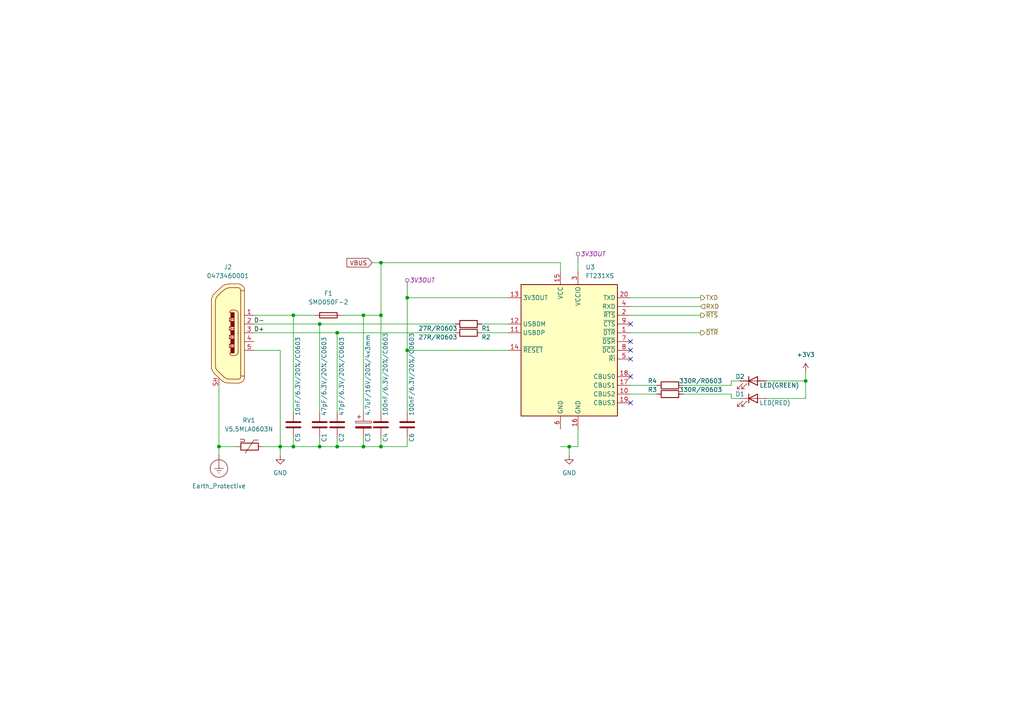
<source format=kicad_sch>
(kicad_sch (version 20231120) (generator "eeschema") (generator_version "8.0")
  (paper "A4")
  (lib_symbols
    (symbol "Device:C" (pin_numbers hide) (pin_names (offset 0.254))
      (property "Reference" "C" (at 0.635 2.54 0))
      (property "Value" "C" (at 0.635 -2.54 0))
      (symbol "C_0_1"
        (polyline (pts (xy -2.032 -0.762) (xy 2.032 -0.762)) (stroke (width 0.508)))
        (polyline (pts (xy -2.032 0.762) (xy 2.032 0.762)) (stroke (width 0.508)))
      )
      (symbol "C_1_1"
        (pin passive line (at 0 3.81 270) (length 2.794) (name "~") (number "1"))
        (pin passive line (at 0 -3.81 90) (length 2.794) (name "~") (number "2"))
      )
    )
    (symbol "Device:C_Polarized" (pin_numbers hide) (pin_names (offset 0.254))
      (property "Reference" "C" (at 0.635 2.54 0))
      (property "Value" "C_Polarized" (at 0.635 -2.54 0))
      (symbol "C_Polarized_0_1"
        (rectangle (start -2.286 0.508) (end 2.286 1.016))
        (polyline (pts (xy -1.778 2.286) (xy -0.762 2.286)))
        (polyline (pts (xy -1.27 2.794) (xy -1.27 1.778)))
        (rectangle (start 2.286 -0.508) (end -2.286 -1.016) (fill (type outline)))
      )
      (symbol "C_Polarized_1_1"
        (pin passive line (at 0 3.81 270) (length 2.794) (name "~") (number "1"))
        (pin passive line (at 0 -3.81 90) (length 2.794) (name "~") (number "2"))
      )
    )
    (symbol "Device:Fuse" (pin_numbers hide) (pin_names (offset 0))
      (property "Reference" "F" (at 2.032 0 90))
      (property "Value" "Fuse" (at -1.905 0 90))
      (symbol "Fuse_0_1"
        (rectangle (start -0.762 -2.54) (end 0.762 2.54) (stroke (width 0.254)))
        (polyline (pts (xy 0 2.54) (xy 0 -2.54)))
      )
      (symbol "Fuse_1_1"
        (pin passive line (at 0 3.81 270) (length 1.27) (name "~") (number "1"))
        (pin passive line (at 0 -3.81 90) (length 1.27) (name "~") (number "2"))
      )
    )
    (symbol "Device:LED" (pin_numbers hide) (pin_names (offset 1.016) hide)
      (property "Reference" "D" (at 0 2.54 0))
      (property "Value" "LED" (at 0 -2.54 0))
      (symbol "LED_0_1"
        (polyline (pts (xy -1.27 -1.27) (xy -1.27 1.27)) (stroke (width 0.254)))
        (polyline (pts (xy -1.27 0) (xy 1.27 0)))
        (polyline (pts (xy 1.27 -1.27) (xy 1.27 1.27) (xy -1.27 0) (xy 1.27 -1.27)) (stroke (width 0.254)))
        (polyline (pts (xy -3.048 -0.762) (xy -4.572 -2.286) (xy -3.81 -2.286) (xy -4.572 -2.286) (xy -4.572 -1.524)))
        (polyline (pts (xy -1.778 -0.762) (xy -3.302 -2.286) (xy -2.54 -2.286) (xy -3.302 -2.286) (xy -3.302 -1.524)))
      )
      (symbol "LED_1_1"
        (pin passive line (at -3.81 0 0) (length 2.54) (name "K") (number "1"))
        (pin passive line (at 3.81 0 180) (length 2.54) (name "A") (number "2"))
      )
    )
    (symbol "Device:R" (pin_numbers hide) (pin_names (offset 0))
      (property "Reference" "R" (at 2.032 0 90))
      (property "Value" "R" (at 0 0 90))
      (symbol "R_0_1"
        (rectangle (start -1.016 -2.54) (end 1.016 2.54) (stroke (width 0.254)))
      )
      (symbol "R_1_1"
        (pin passive line (at 0 3.81 270) (length 1.27) (name "~") (number "1"))
        (pin passive line (at 0 -3.81 90) (length 1.27) (name "~") (number "2"))
      )
    )
    (symbol "Device:Varistor" (pin_numbers hide) (pin_names (offset 0))
      (property "Reference" "RV" (at 3.175 0 90))
      (property "Value" "Varistor" (at -3.175 0 90))
      (symbol "Varistor_0_0"
        (text "U" (at -1.778 -2.032 0) (effects (font (size 1.27 1.27))))
      )
      (symbol "Varistor_0_1"
        (rectangle (start -1.016 -2.54) (end 1.016 2.54) (stroke (width 0.254)))
        (polyline (pts (xy -1.905 2.54) (xy -1.905 1.27) (xy 1.905 -1.27)))
      )
      (symbol "Varistor_1_1"
        (pin passive line (at 0 3.81 270) (length 1.27) (name "~") (number "1"))
        (pin passive line (at 0 -3.81 90) (length 1.27) (name "~") (number "2"))
      )
    )
    (symbol "Interface_USB:FT231XS"
      (property "Reference" "U" (at -13.97 20.32 0))
      (property "Value" "FT231XS" (at 7.62 20.32 0))
      (symbol "FT231XS_0_1"
        (rectangle (start -13.97 19.05) (end 13.97 -19.05) (stroke (width 0.254)) (fill (type background)))
      )
      (symbol "FT231XS_1_1"
        (pin output line (at 17.78 5.08 180) (length 3.81) (name "~{DTR}") (number "1"))
        (pin bidirectional line (at 17.78 -12.7 180) (length 3.81) (name "CBUS2") (number "10"))
        (pin bidirectional line (at -17.78 5.08 0) (length 3.81) (name "USBDP") (number "11"))
        (pin bidirectional line (at -17.78 7.62 0) (length 3.81) (name "USBDM") (number "12"))
        (pin power_out line (at -17.78 15.24 0) (length 3.81) (name "3V3OUT") (number "13"))
        (pin input line (at -17.78 0 0) (length 3.81) (name "~{RESET}") (number "14"))
        (pin power_in line (at -2.54 22.86 270) (length 3.81) (name "VCC") (number "15"))
        (pin power_in line (at 2.54 -22.86 90) (length 3.81) (name "GND") (number "16"))
        (pin bidirectional line (at 17.78 -10.16 180) (length 3.81) (name "CBUS1") (number "17"))
        (pin bidirectional line (at 17.78 -7.62 180) (length 3.81) (name "CBUS0") (number "18"))
        (pin bidirectional line (at 17.78 -15.24 180) (length 3.81) (name "CBUS3") (number "19"))
        (pin output line (at 17.78 10.16 180) (length 3.81) (name "~{RTS}") (number "2"))
        (pin output line (at 17.78 15.24 180) (length 3.81) (name "TXD") (number "20"))
        (pin power_in line (at 2.54 22.86 270) (length 3.81) (name "VCCIO") (number "3"))
        (pin input line (at 17.78 12.7 180) (length 3.81) (name "RXD") (number "4"))
        (pin input line (at 17.78 -2.54 180) (length 3.81) (name "~{RI}") (number "5"))
        (pin power_in line (at -2.54 -22.86 90) (length 3.81) (name "GND") (number "6"))
        (pin input line (at 17.78 2.54 180) (length 3.81) (name "~{DSR}") (number "7"))
        (pin input line (at 17.78 0 180) (length 3.81) (name "~{DCD}") (number "8"))
        (pin input line (at 17.78 7.62 180) (length 3.81) (name "~{CTS}") (number "9"))
      )
    )
    (symbol "dk_USB-DVI-HDMI-Connectors:0473460001" (pin_names (offset 1.016))
      (property "Reference" "J" (at -3.81 12.7 0))
      (property "Value" "0473460001" (at -6.35 0 90))
      (symbol "0473460001_1_1"
        (polyline (pts (xy 3.7846 12.2428) (xy 3.7846 -12.5476)))
        (polyline (pts (xy 0.4826 -4.2926) (xy 0.4826 -3.2766) (xy 1.8796 -3.2766) (xy 1.8796 -4.2926) (xy 0.4826 -4.2926) (xy 1.1176 -3.7846) (xy 0.4826 -3.2766) (xy 1.8796 -3.2766) (xy 1.8796 -3.7846) (xy 1.1176 -3.7846)))
        (polyline (pts (xy 0.4826 -1.7526) (xy 0.4826 -0.7366) (xy 1.8796 -0.7366) (xy 1.8796 -1.7526) (xy 0.4826 -1.7526) (xy 1.1176 -1.2446) (xy 0.4826 -0.7366) (xy 1.8796 -0.7366) (xy 1.8796 -1.2446) (xy 1.1176 -1.2446)))
        (polyline (pts (xy 0.4826 1.7526) (xy 0.4826 0.7366) (xy 1.8796 0.7366) (xy 1.8796 1.7526) (xy 0.4826 1.7526) (xy 1.1176 1.2446) (xy 0.4826 0.7366) (xy 1.8796 0.7366) (xy 1.8796 1.2446) (xy 1.1176 1.2446)))
        (polyline (pts (xy 0.4826 4.2926) (xy 0.4826 3.2766) (xy 1.8796 3.2766) (xy 1.8796 4.2926) (xy 0.4826 4.2926) (xy 1.1176 3.7846) (xy 0.4826 3.2766) (xy 1.8796 3.2766) (xy 1.8796 3.7846) (xy 1.1176 3.7846)))
        (polyline (pts (xy 1.905 -0.0254) (xy 1.905 5.842) (xy 0.635 5.842) (xy 0.635 6.1468) (xy 0.8128 6.4262) (xy 1.1938 6.5786) (xy 1.651 6.6294) (xy 2.2606 6.5532) (xy 2.7178 6.3246) (xy 2.9464 6.0706) (xy 3.0226 5.6388) (xy 3.0226 4.8006) (xy 3.0226 -0.127)))
        (polyline (pts (xy 1.905 0.0254) (xy 1.905 -5.842) (xy 0.635 -5.842) (xy 0.635 -6.1468) (xy 0.8128 -6.4262) (xy 1.1938 -6.5786) (xy 1.651 -6.6294) (xy 2.2606 -6.5532) (xy 2.7178 -6.3246) (xy 2.9464 -6.0706) (xy 3.0226 -5.6388) (xy 3.0226 -4.8006) (xy 3.0226 0.127)))
        (polyline (pts (xy 4.8514 -12.5476) (xy 3.8354 -12.5476) (xy 3.7846 -12.5476) (xy 3.7846 -12.9032) (xy 3.6068 -13.2334) (xy 3.429 -13.3604) (xy 3.2258 -13.4366) (xy 0.4572 -13.4366) (xy 0.0508 -13.4112) (xy -0.3302 -13.3096) (xy -0.6604 -13.1318) (xy -0.9906 -12.9032) (xy -3.1496 -10.8458) (xy -3.4036 -10.3886) (xy -3.5306 -9.779) (xy -3.556 -8.636) (xy -3.556 9.2202) (xy -3.5306 9.4234) (xy -3.4544 9.8298) (xy -3.302 10.1854) (xy -3.0226 10.6172) (xy -1.7526 11.8364) (xy -0.8636 12.5984) (xy -0.3302 12.8778) (xy 0.0762 13.0048) (xy 0.6096 13.081) (xy 3.0734 13.081) (xy 3.3274 13.0048) (xy 3.5814 12.8524) (xy 3.7846 12.5222) (xy 3.7846 12.2174) (xy 4.8514 12.2174)))
        (polyline (pts (xy 4.8514 -11.4808) (xy 4.8514 -12.8016) (xy 4.7752 -13.4366) (xy 4.572 -13.8684) (xy 4.0386 -14.3256) (xy 3.5814 -14.5288) (xy 3.0988 -14.605) (xy -0.2794 -14.5542) (xy -0.7112 -14.4526) (xy -1.2446 -14.1986) (xy -2.2098 -13.4366) (xy -3.556 -12.1412) (xy -4.0132 -11.6586) (xy -4.3688 -11.1506) (xy -4.6228 -10.5918) (xy -4.7498 -9.7536) (xy -4.7498 9.3726) (xy -4.5974 10.0838) (xy -4.4704 10.4648) (xy -4.2164 10.9728) (xy -3.6068 11.6078) (xy -1.4478 13.589) (xy -0.9652 13.8684) (xy -0.5588 14.0208) (xy 0.0762 14.1224) (xy 0.5588 14.1732) (xy 3.2766 14.1732) (xy 3.7592 14.0208) (xy 4.2164 13.7414) (xy 4.445 13.5128) (xy 4.699 13.1572) (xy 4.826 12.8524) (xy 4.8514 12.446) (xy 4.8514 -11.5062)) (fill (type background)))
        (rectangle (start 0.889 -4.318) (end 1.905 -5.842) (fill (type outline)))
        (rectangle (start 0.889 -3.302) (end 1.905 -1.778) (fill (type outline)))
        (rectangle (start 0.889 -0.635) (end 1.905 0.381) (fill (type outline)))
        (rectangle (start 0.889 0.635) (end 1.905 -0.381) (fill (type outline)))
        (rectangle (start 0.889 3.302) (end 1.905 1.778) (fill (type outline)))
        (rectangle (start 0.889 4.318) (end 1.905 5.842) (fill (type outline)))
        (pin passive line (at 7.62 5.08 180) (length 2.794) (name "~") (number "1"))
        (pin passive line (at 7.62 2.54 180) (length 2.794) (name "~") (number "2"))
        (pin passive line (at 7.62 0 180) (length 2.794) (name "~") (number "3"))
        (pin passive line (at 7.62 -2.54 180) (length 2.794) (name "~") (number "4"))
        (pin passive line (at 7.62 -5.08 180) (length 2.794) (name "~") (number "5"))
        (pin passive line (at -2.54 -15.24 90) (length 2.032) (name "~") (number "SH"))
      )
    )
    (symbol "power:+3V3" (power) (pin_numbers hide) (pin_names (offset 0) hide)
      (property "Value" "+3V3" (at 0 3.556 0))
      (symbol "+3V3_0_1"
        (polyline (pts (xy -0.762 1.27) (xy 0 2.54)))
        (polyline (pts (xy 0 0) (xy 0 2.54)))
        (polyline (pts (xy 0 2.54) (xy 0.762 1.27)))
      )
      (symbol "+3V3_1_1"
        (pin power_in line (at 0 0 90) (length 0) (name "~") (number "1"))
      )
    )
    (symbol "power:Earth_Protective" (power) (pin_numbers hide) (pin_names (offset 0) hide)
      (property "Value" "Earth_Protective" (at 0 -7.62 0))
      (symbol "Earth_Protective_0_1"
        (circle (center 0 -3.81) (radius 2.54))
        (polyline (pts (xy -0.635 -4.445) (xy 0.635 -4.445)))
        (polyline (pts (xy -0.127 -5.08) (xy 0.127 -5.08)))
        (polyline (pts (xy 0 -3.81) (xy 0 0)))
        (polyline (pts (xy 1.27 -3.81) (xy -1.27 -3.81)))
      )
      (symbol "Earth_Protective_1_1"
        (pin power_in line (at 0 0 270) (length 0) (name "~") (number "1"))
      )
    )
    (symbol "power:GND" (power) (pin_numbers hide) (pin_names (offset 0) hide)
      (property "Value" "GND" (at 0 -3.81 0))
      (symbol "GND_0_1"
        (polyline (pts (xy 0 0) (xy 0 -1.27) (xy 1.27 -1.27) (xy 0 -2.54) (xy -1.27 -1.27) (xy 0 -1.27)))
      )
      (symbol "GND_1_1"
        (pin power_in line (at 0 0 270) (length 0) (name "~") (number "1"))
      )
    )
  )
  (junction (at 105.41 129.54))
  (junction (at 118.11 101.6))
  (junction (at 63.5 129.54))
  (junction (at 110.49 91.44))
  (junction (at 85.09 129.54))
  (junction (at 92.71 129.54))
  (junction (at 97.79 129.54))
  (junction (at 81.28 129.54))
  (junction (at 233.68 110.49))
  (junction (at 118.11 86.36))
  (junction (at 165.1 129.54))
  (junction (at 85.09 91.44))
  (junction (at 110.49 129.54))
  (junction (at 97.79 96.52))
  (junction (at 92.71 93.98))
  (junction (at 110.49 76.2))
  (junction (at 105.41 91.44))
  (no_connect (at 182.88 99.06))
  (no_connect (at 182.88 101.6))
  (no_connect (at 182.88 116.84))
  (no_connect (at 182.88 104.14))
  (no_connect (at 182.88 109.22))
  (no_connect (at 182.88 93.98))
  (wire (pts (xy 92.71 93.98) (xy 132.08 93.98)))
  (wire (pts (xy 162.56 76.2) (xy 162.56 78.74)))
  (wire (pts (xy 118.11 101.6) (xy 118.11 86.36)))
  (wire (pts (xy 85.09 129.54) (xy 92.71 129.54)))
  (wire (pts (xy 63.5 129.54) (xy 63.5 132.08)))
  (wire (pts (xy 105.41 127) (xy 105.41 129.54)))
  (wire (pts (xy 162.56 76.2) (xy 110.49 76.2)))
  (wire (pts (xy 92.71 129.54) (xy 97.79 129.54)))
  (wire (pts (xy 105.41 119.38) (xy 105.41 91.44)))
  (wire (pts (xy 212.09 114.3) (xy 212.09 115.57)))
  (wire (pts (xy 110.49 91.44) (xy 110.49 119.38)))
  (wire (pts (xy 97.79 96.52) (xy 132.08 96.52)))
  (wire (pts (xy 118.11 86.36) (xy 147.32 86.36)))
  (wire (pts (xy 182.88 86.36) (xy 203.2 86.36)))
  (wire (pts (xy 118.11 83.82) (xy 118.11 86.36)))
  (wire (pts (xy 73.66 96.52) (xy 97.79 96.52)))
  (wire (pts (xy 110.49 127) (xy 110.49 129.54)))
  (wire (pts (xy 110.49 76.2) (xy 110.49 91.44)))
  (wire (pts (xy 167.64 76.2) (xy 167.64 78.74)))
  (wire (pts (xy 233.68 110.49) (xy 233.68 115.57)))
  (wire (pts (xy 118.11 129.54) (xy 118.11 127)))
  (wire (pts (xy 97.79 127) (xy 97.79 129.54)))
  (wire (pts (xy 85.09 91.44) (xy 91.44 91.44)))
  (wire (pts (xy 139.7 96.52) (xy 147.32 96.52)))
  (wire (pts (xy 81.28 129.54) (xy 81.28 132.08)))
  (wire (pts (xy 212.09 110.49) (xy 214.63 110.49)))
  (wire (pts (xy 76.2 129.54) (xy 81.28 129.54)))
  (wire (pts (xy 85.09 119.38) (xy 85.09 91.44)))
  (wire (pts (xy 182.88 88.9) (xy 203.2 88.9)))
  (wire (pts (xy 212.09 115.57) (xy 214.63 115.57)))
  (wire (pts (xy 118.11 101.6) (xy 147.32 101.6)))
  (wire (pts (xy 81.28 101.6) (xy 73.66 101.6)))
  (wire (pts (xy 212.09 111.76) (xy 212.09 110.49)))
  (wire (pts (xy 222.25 115.57) (xy 233.68 115.57)))
  (wire (pts (xy 99.06 91.44) (xy 105.41 91.44)))
  (wire (pts (xy 198.12 111.76) (xy 212.09 111.76)))
  (wire (pts (xy 167.64 124.46) (xy 167.64 129.54)))
  (wire (pts (xy 81.28 129.54) (xy 85.09 129.54)))
  (wire (pts (xy 222.25 110.49) (xy 233.68 110.49)))
  (wire (pts (xy 63.5 129.54) (xy 68.58 129.54)))
  (wire (pts (xy 85.09 127) (xy 85.09 129.54)))
  (wire (pts (xy 198.12 114.3) (xy 212.09 114.3)))
  (wire (pts (xy 97.79 129.54) (xy 105.41 129.54)))
  (wire (pts (xy 182.88 114.3) (xy 190.5 114.3)))
  (wire (pts (xy 97.79 96.52) (xy 97.79 119.38)))
  (wire (pts (xy 139.7 93.98) (xy 147.32 93.98)))
  (wire (pts (xy 73.66 93.98) (xy 92.71 93.98)))
  (wire (pts (xy 107.95 76.2) (xy 110.49 76.2)))
  (wire (pts (xy 63.5 111.76) (xy 63.5 129.54)))
  (wire (pts (xy 92.71 127) (xy 92.71 129.54)))
  (wire (pts (xy 92.71 119.38) (xy 92.71 93.98)))
  (wire (pts (xy 165.1 129.54) (xy 167.64 129.54)))
  (wire (pts (xy 162.56 129.54) (xy 165.1 129.54)))
  (wire (pts (xy 182.88 111.76) (xy 190.5 111.76)))
  (wire (pts (xy 165.1 129.54) (xy 165.1 132.08)))
  (wire (pts (xy 182.88 91.44) (xy 203.2 91.44)))
  (wire (pts (xy 182.88 96.52) (xy 203.2 96.52)))
  (wire (pts (xy 110.49 129.54) (xy 118.11 129.54)))
  (wire (pts (xy 105.41 91.44) (xy 110.49 91.44)))
  (wire (pts (xy 105.41 129.54) (xy 110.49 129.54)))
  (wire (pts (xy 118.11 119.38) (xy 118.11 101.6)))
  (wire (pts (xy 233.68 107.95) (xy 233.68 110.49)))
  (wire (pts (xy 73.66 91.44) (xy 85.09 91.44)))
  (wire (pts (xy 81.28 129.54) (xy 81.28 101.6)))
  (label "D+" (at 73.66 96.52 0))
  (label "D-" (at 73.66 93.98 0))
  (global_label "VBUS" (shape input) (at 107.95 76.2 180) (property "Intersheetrefs" "${INTERSHEET_REFS}" (effects (hide yes))))
  (hierarchical_label "RXD" (shape input) (at 203.2 88.9 0))
  (hierarchical_label "~{RTS}" (shape output) (at 203.2 91.44 0))
  (hierarchical_label "~{DTR}" (shape output) (at 203.2 96.52 0))
  (hierarchical_label "TXD" (shape output) (at 203.2 86.36 0))
  (netclass_flag "" (length 2.54) (shape round) (at 167.64 76.2 0) (property "Netclass" "3V3OUT" (at 168.3385 73.66 0) (effects (font (italic yes)) (justify left))))
  (netclass_flag "" (length 2.54) (shape round) (at 118.11 83.82 0) (property "Netclass" "3V3OUT" (at 118.8085 81.28 0) (effects (font (italic yes)) (justify left))))
  (symbol (lib_id "power:Earth_Protective") (at 63.5 132.08 0) (unit 1)
    (property "Reference" "#PWR01" (effects (hide yes)))
    (property "Value" "Earth_Protective" (at 63.5 140.97 0))
    (property "Description" "Power symbol creates a global label with name \"Earth_Protective\"" (effects (hide yes)))
  )
  (symbol (lib_id "Device:Varistor") (at 72.39 129.54 270) (unit 1)
    (property "Reference" "RV1" (at 72.1966 121.92 90))
    (property "Value" "V5.5MLA0603N" (at 72.1966 124.46 90))
    (property "Description" "Voltage dependent resistor" (effects (hide yes)))
    (property "Sim.Name" "kicad_builtin_varistor" (effects (hide yes)))
    (property "Sim.Device" "SUBCKT" (effects (hide yes)))
    (property "Sim.Pins" "1=A 2=B" (effects (hide yes)))
    (property "Sim.Params" "threshold=1k" (effects (hide yes)))
    (property "Sim.Library" "${KICAD7_SYMBOL_DIR}/Simulation_SPICE.sp" (effects (hide yes)))
  )
  (symbol (lib_id "power:+3V3") (at 233.68 107.95 0) (unit 1)
    (property "Reference" "#PWR04" (effects (hide yes)))
    (property "Value" "+3V3" (at 233.68 102.87 0))
    (property "Description" "Power symbol creates a global label with name \"+3V3\"" (effects (hide yes)))
  )
  (symbol (lib_id "Device:C_Polarized") (at 105.41 123.19 0) (unit 1)
    (property "Reference" "C3" (at 106.68 128.27 90) (effects (justify left)))
    (property "Value" "4.7uF/16V/20%/4x3mm" (at 106.68 120.65 90) (effects (justify left)))
    (property "Footprint" "Capacitor_SMD:CP_Elec_4x3" (effects (hide yes)))
    (property "Description" "Polarized capacitor" (effects (hide yes)))
  )
  (symbol (lib_id "Device:R") (at 135.89 93.98 270) (unit 1)
    (property "Reference" "R1" (at 140.97 95.25 90))
    (property "Value" "27R/R0603" (at 127 95.25 90))
    (property "Footprint" "Resistor_SMD:R_0603_1608Metric_Pad0.98x0.95mm_HandSolder" (effects (hide yes)))
    (property "Description" "Resistor" (effects (hide yes)))
  )
  (symbol (lib_id "Device:C") (at 110.49 123.19 0) (unit 1)
    (property "Reference" "C4" (at 111.76 128.27 90) (effects (justify left)))
    (property "Value" "100nF/6.3V/20%/C0603" (at 111.76 120.65 90) (effects (justify left)))
    (property "Footprint" "Capacitor_SMD:C_0603_1608Metric_Pad1.08x0.95mm_HandSolder" (effects (hide yes)))
    (property "Description" "Unpolarized capacitor" (effects (hide yes)))
  )
  (symbol (lib_id "dk_USB-DVI-HDMI-Connectors:0473460001") (at 66.04 96.52 0) (unit 1)
    (property "Reference" "J2" (at 66.0908 77.47 0))
    (property "Value" "0473460001" (at 66.0908 80.01 0))
    (property "Footprint" "digikey-footprints:USB_Micro_B_Female_0473460001" (effects (hide yes)))
    (property "Datasheet" "https://www.molex.com/pdm_docs/sd/473460001_sd.pdf" (effects (hide yes)))
    (property "Description" "CONN RCPT USB2.0 MICRO B SMD R/A" (effects (hide yes)))
    (property "Digi-Key_PN" "WM17141CT-ND" (effects (hide yes)))
    (property "MPN" "0473460001" (effects (hide yes)))
    (property "Category" "Connectors, Interconnects" (effects (hide yes)))
    (property "Family" "USB, DVI, HDMI Connectors" (effects (hide yes)))
    (property "DK_Datasheet_Link" "https://www.molex.com/pdm_docs/sd/473460001_sd.pdf" (effects (hide yes)))
    (property "DK_Detail_Page" "/product-detail/en/molex/0473460001/WM17141CT-ND/1782474" (effects (hide yes)))
    (property "Description_1" "CONN RCPT USB2.0 MICRO B SMD R/A" (effects (hide yes)))
    (property "Manufacturer" "Molex" (effects (hide yes)))
    (property "Status" "Active" (effects (hide yes)))
  )
  (symbol (lib_id "Interface_USB:FT231XS") (at 165.1 101.6 0) (unit 1)
    (property "Reference" "U3" (at 169.8341 77.47 0) (effects (justify left)))
    (property "Value" "FT231XS" (at 169.8341 80.01 0) (effects (justify left)))
    (property "Footprint" "Package_SO:SSOP-20_3.9x8.7mm_P0.635mm" (effects (hide yes)))
    (property "Datasheet" "https://www.ftdichip.com/Support/Documents/DataSheets/ICs/DS_FT231X.pdf" (effects (hide yes)))
    (property "Description" "Full Speed USB to Full Handshake UART, SSOP-20" (effects (hide yes)))
  )
  (symbol (lib_id "Device:R") (at 194.31 114.3 90) (unit 1)
    (property "Reference" "R3" (at 189.23 113.03 90))
    (property "Value" "330R/R0603" (at 203.2 113.03 90))
    (property "Footprint" "Resistor_SMD:R_0603_1608Metric_Pad0.98x0.95mm_HandSolder" (effects (hide yes)))
    (property "Description" "Resistor" (effects (hide yes)))
  )
  (symbol (lib_id "power:GND") (at 165.1 132.08 0) (unit 1)
    (property "Reference" "#PWR03" (effects (hide yes)))
    (property "Value" "GND" (at 165.1 137.16 0))
    (property "Description" "Power symbol creates a global label with name \"GND\" , ground" (effects (hide yes)))
  )
  (symbol (lib_id "Device:C") (at 118.11 123.19 0) (unit 1)
    (property "Reference" "C6" (at 119.38 128.27 90) (effects (justify left)))
    (property "Value" "100nF/6.3V/20%/C0603" (at 119.38 120.65 90) (effects (justify left)))
    (property "Footprint" "Capacitor_SMD:C_0603_1608Metric_Pad1.08x0.95mm_HandSolder" (effects (hide yes)))
    (property "Description" "Unpolarized capacitor" (effects (hide yes)))
  )
  (symbol (lib_id "power:GND") (at 81.28 132.08 0) (unit 1)
    (property "Reference" "#PWR02" (effects (hide yes)))
    (property "Value" "GND" (at 81.28 137.16 0))
    (property "Description" "Power symbol creates a global label with name \"GND\" , ground" (effects (hide yes)))
  )
  (symbol (lib_id "Device:R") (at 135.89 96.52 270) (unit 1)
    (property "Reference" "R2" (at 140.97 97.79 90))
    (property "Value" "27R/R0603" (at 127 97.79 90))
    (property "Footprint" "Resistor_SMD:R_0603_1608Metric_Pad0.98x0.95mm_HandSolder" (effects (hide yes)))
    (property "Description" "Resistor" (effects (hide yes)))
  )
  (symbol (lib_id "Device:C") (at 92.71 123.19 0) (unit 1)
    (property "Reference" "C1" (at 93.98 128.27 90) (effects (justify left)))
    (property "Value" "47pF/6.3V/20%/C0603" (at 93.98 120.65 90) (effects (justify left)))
    (property "Footprint" "Capacitor_SMD:C_0603_1608Metric_Pad1.08x0.95mm_HandSolder" (effects (hide yes)))
    (property "Description" "Unpolarized capacitor" (effects (hide yes)))
  )
  (symbol (lib_id "Device:C") (at 85.09 123.19 0) (unit 1)
    (property "Reference" "C5" (at 86.36 128.27 90) (effects (justify left)))
    (property "Value" "10nF/6.3V/20%/C0603" (at 86.36 120.65 90) (effects (justify left)))
    (property "Footprint" "Capacitor_SMD:C_0603_1608Metric_Pad1.08x0.95mm_HandSolder" (effects (hide yes)))
    (property "Description" "Unpolarized capacitor" (effects (hide yes)))
  )
  (symbol (lib_id "Device:LED") (at 218.44 110.49 0) (unit 1)
    (property "Reference" "D2" (at 214.63 109.22 0))
    (property "Value" "LED(GREEN)" (at 226.06 111.76 0))
    (property "Footprint" "LED_SMD:LED_0603_1608Metric_Pad1.05x0.95mm_HandSolder" (effects (hide yes)))
    (property "Description" "Light emitting diode" (effects (hide yes)))
  )
  (symbol (lib_id "Device:Fuse") (at 95.25 91.44 90) (unit 1)
    (property "Reference" "F1" (at 95.25 85.09 90))
    (property "Value" "SMD050F-2" (at 95.25 87.63 90))
    (property "Footprint" "Fuse:Fuse_2920_7451Metric_Pad2.10x5.45mm_HandSolder" (effects (hide yes)))
    (property "Description" "Fuse" (effects (hide yes)))
  )
  (symbol (lib_id "Device:R") (at 194.31 111.76 90) (unit 1)
    (property "Reference" "R4" (at 189.23 110.49 90))
    (property "Value" "330R/R0603" (at 203.2 110.49 90))
    (property "Footprint" "Resistor_SMD:R_0603_1608Metric_Pad0.98x0.95mm_HandSolder" (effects (hide yes)))
    (property "Description" "Resistor" (effects (hide yes)))
  )
  (symbol (lib_id "Device:LED") (at 218.44 115.57 0) (unit 1)
    (property "Reference" "D1" (at 214.63 114.3 0))
    (property "Value" "LED(RED)" (at 224.79 116.84 0))
    (property "Footprint" "LED_SMD:LED_0603_1608Metric_Pad1.05x0.95mm_HandSolder" (effects (hide yes)))
    (property "Description" "Light emitting diode" (effects (hide yes)))
  )
  (symbol (lib_id "Device:C") (at 97.79 123.19 0) (unit 1)
    (property "Reference" "C2" (at 99.06 128.27 90) (effects (justify left)))
    (property "Value" "47pF/6.3V/20%/C0603" (at 99.06 120.65 90) (effects (justify left)))
    (property "Footprint" "Capacitor_SMD:C_0603_1608Metric_Pad1.08x0.95mm_HandSolder" (effects (hide yes)))
    (property "Description" "Unpolarized capacitor" (effects (hide yes)))
  )
)
</source>
